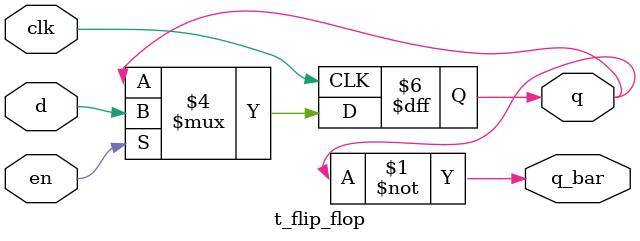
<source format=v>

module t_flip_flop (
    input       clk,        // Clock
    input       en,         // Enable
    input       d,          // Data
    output reg  q,          // Output
    output      q_bar       //
);

    assign q_bar = ~q;

    // D FLIP-FLOP WITH SYNC ENABLE
    always @ (posedge clk) begin
        if (en) begin
            q <= d;
        end else begin
            q <= q;
        end
    end

endmodule

</source>
